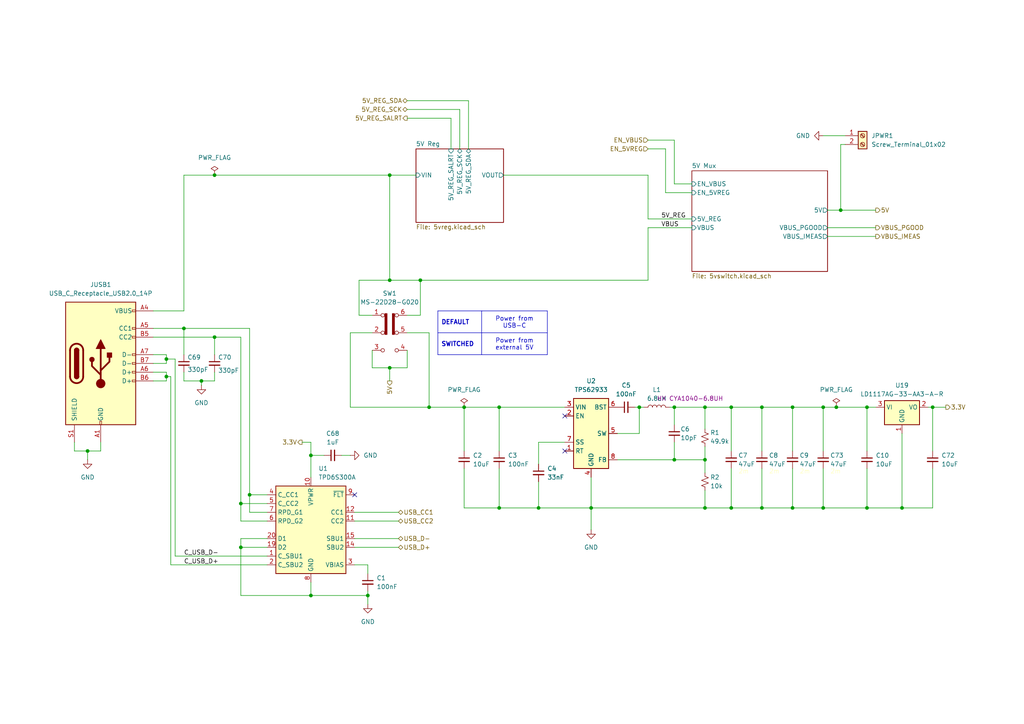
<source format=kicad_sch>
(kicad_sch (version 20250114) (generator "eeschema") (generator_version "9.0")
  (paper "A4")
  (title_block (title "Power Supply (3.3V)") (rev "A") (company "MLABS") (comment 1 "MSign-NG"))
  (lib_symbols
    (symbol "Connector:Screw_Terminal_01x02" (pin_names (offset 1.016) (hide yes))
      (property "Reference" "J" (at 0 2.54 0))
      (property "Value" "Screw_Terminal_01x02" (at 0 -5.08 0))
      (symbol "Screw_Terminal_01x02_1_1"
        (rectangle (start -1.27 1.27) (end 1.27 -3.81) (stroke (width 0.254)) (fill (type background)))
        (polyline (pts (xy -0.5334 0.3302) (xy 0.3302 -0.508)) (stroke (width 0.1524)))
        (polyline (pts (xy -0.5334 -2.2098) (xy 0.3302 -3.048)) (stroke (width 0.1524)))
        (polyline (pts (xy -0.3556 0.508) (xy 0.508 -0.3302)) (stroke (width 0.1524)))
        (polyline (pts (xy -0.3556 -2.032) (xy 0.508 -2.8702)) (stroke (width 0.1524)))
        (circle (center 0 0) (radius 0.635) (stroke (width 0.1524)))
        (circle (center 0 -2.54) (radius 0.635) (stroke (width 0.1524)))
        (pin passive line (at -5.08 0 0) (length 3.81) (name "Pin_1") (number "1"))
        (pin passive line (at -5.08 -2.54 0) (length 3.81) (name "Pin_2") (number "2"))
      )
    )
    (symbol "Connector:USB_C_Receptacle_USB2.0_14P" (pin_names (offset 1.016))
      (property "Reference" "J" (at 0 22.225 0))
      (property "Value" "USB_C_Receptacle_USB2.0_14P" (at 0 19.685 0))
      (symbol "USB_C_Receptacle_USB2.0_14P_0_0"
        (rectangle (start -0.254 -17.78) (end 0.254 -16.764))
        (rectangle (start 10.16 15.494) (end 9.144 14.986))
        (rectangle (start 10.16 10.414) (end 9.144 9.906))
        (rectangle (start 10.16 7.874) (end 9.144 7.366))
        (rectangle (start 10.16 2.794) (end 9.144 2.286))
        (rectangle (start 10.16 0.254) (end 9.144 -0.254))
        (rectangle (start 10.16 -2.286) (end 9.144 -2.794))
        (rectangle (start 10.16 -4.826) (end 9.144 -5.334))
      )
      (symbol "USB_C_Receptacle_USB2.0_14P_0_1"
        (rectangle (start -10.16 17.78) (end 10.16 -17.78) (stroke (width 0.254)) (fill (type background)))
        (polyline (pts (xy -8.89 -3.81) (xy -8.89 3.81)) (stroke (width 0.508)))
        (rectangle (start -7.62 -3.81) (end -6.35 3.81) (stroke (width 0.254)) (fill (type outline)))
        (arc (start -7.62 3.81) (mid -6.985 4.4423) (end -6.35 3.81) (stroke (width 0.254)))
        (arc (start -7.62 3.81) (mid -6.985 4.4423) (end -6.35 3.81) (stroke (width 0.254)) (fill (type outline)))
        (arc (start -8.89 3.81) (mid -6.985 5.7067) (end -5.08 3.81) (stroke (width 0.508)))
        (arc (start -5.08 -3.81) (mid -6.985 -5.7067) (end -8.89 -3.81) (stroke (width 0.508)))
        (arc (start -6.35 -3.81) (mid -6.985 -4.4423) (end -7.62 -3.81) (stroke (width 0.254)))
        (arc (start -6.35 -3.81) (mid -6.985 -4.4423) (end -7.62 -3.81) (stroke (width 0.254)) (fill (type outline)))
        (polyline (pts (xy -5.08 3.81) (xy -5.08 -3.81)) (stroke (width 0.508)))
        (circle (center -2.54 1.143) (radius 0.635) (stroke (width 0.254)) (fill (type outline)))
        (polyline (pts (xy -1.27 4.318) (xy 0 6.858) (xy 1.27 4.318) (xy -1.27 4.318)) (stroke (width 0.254)) (fill (type outline)))
        (polyline (pts (xy 0 -2.032) (xy 2.54 0.508) (xy 2.54 1.778)) (stroke (width 0.508)))
        (polyline (pts (xy 0 -3.302) (xy -2.54 -0.762) (xy -2.54 0.508)) (stroke (width 0.508)))
        (polyline (pts (xy 0 -5.842) (xy 0 4.318)) (stroke (width 0.508)))
        (circle (center 0 -5.842) (radius 1.27) (fill (type outline)))
        (rectangle (start 1.905 1.778) (end 3.175 3.048) (stroke (width 0.254)) (fill (type outline)))
      )
      (symbol "USB_C_Receptacle_USB2.0_14P_1_1"
        (pin passive line (at -7.62 -22.86 90) (length 5.08) (name "SHIELD") (number "S1"))
        (pin passive line (at 0 -22.86 90) (length 5.08) (name "GND") (number "A1"))
        (pin passive line (at 0 -22.86 90) (length 5.08) (hide yes) (name "GND") (number "A12"))
        (pin passive line (at 0 -22.86 90) (length 5.08) (hide yes) (name "GND") (number "B1"))
        (pin passive line (at 0 -22.86 90) (length 5.08) (hide yes) (name "GND") (number "B12"))
        (pin passive line (at 15.24 15.24 180) (length 5.08) (name "VBUS") (number "A4"))
        (pin passive line (at 15.24 15.24 180) (length 5.08) (hide yes) (name "VBUS") (number "A9"))
        (pin passive line (at 15.24 15.24 180) (length 5.08) (hide yes) (name "VBUS") (number "B4"))
        (pin passive line (at 15.24 15.24 180) (length 5.08) (hide yes) (name "VBUS") (number "B9"))
        (pin bidirectional line (at 15.24 10.16 180) (length 5.08) (name "CC1") (number "A5"))
        (pin bidirectional line (at 15.24 7.62 180) (length 5.08) (name "CC2") (number "B5"))
        (pin bidirectional line (at 15.24 2.54 180) (length 5.08) (name "D-") (number "A7"))
        (pin bidirectional line (at 15.24 0 180) (length 5.08) (name "D-") (number "B7"))
        (pin bidirectional line (at 15.24 -2.54 180) (length 5.08) (name "D+") (number "A6"))
        (pin bidirectional line (at 15.24 -5.08 180) (length 5.08) (name "D+") (number "B6"))
      )
    )
    (symbol "Device:C_Small" (pin_numbers (hide yes)) (pin_names (offset 0.254) (hide yes))
      (property "Reference" "C" (at 0.254 1.778 0))
      (property "Value" "C_Small" (at 0.254 -2.032 0))
      (symbol "C_Small_0_1"
        (polyline (pts (xy -1.524 0.508) (xy 1.524 0.508)) (stroke (width 0.3048)))
        (polyline (pts (xy -1.524 -0.508) (xy 1.524 -0.508)) (stroke (width 0.3302)))
      )
      (symbol "C_Small_1_1"
        (pin passive line (at 0 2.54 270) (length 2.032) (name "~") (number "1"))
        (pin passive line (at 0 -2.54 90) (length 2.032) (name "~") (number "2"))
      )
    )
    (symbol "Device:L" (pin_numbers (hide yes)) (pin_names (offset 1.016) (hide yes))
      (property "Reference" "L" (at -1.27 0 90))
      (property "Value" "L" (at 1.905 0 90))
      (symbol "L_0_1"
        (arc (start 0 2.54) (mid 0.6323 1.905) (end 0 1.27))
        (arc (start 0 1.27) (mid 0.6323 0.635) (end 0 0))
        (arc (start 0 0) (mid 0.6323 -0.635) (end 0 -1.27))
        (arc (start 0 -1.27) (mid 0.6323 -1.905) (end 0 -2.54))
      )
      (symbol "L_1_1"
        (pin passive line (at 0 3.81 270) (length 1.27) (name "1") (number "1"))
        (pin passive line (at 0 -3.81 90) (length 1.27) (name "2") (number "2"))
      )
    )
    (symbol "Device:R_Small_US" (pin_numbers (hide yes)) (pin_names (offset 0.254) (hide yes))
      (property "Reference" "R" (at 0.762 0.508 0))
      (property "Value" "R_Small_US" (at 0.762 -1.016 0))
      (symbol "R_Small_US_1_1"
        (polyline (pts (xy 0 1.524) (xy 1.016 1.143) (xy 0 0.762) (xy -1.016 0.381) (xy 0 0)))
        (polyline (pts (xy 0 0) (xy 1.016 -0.381) (xy 0 -0.762) (xy -1.016 -1.143) (xy 0 -1.524)))
        (pin passive line (at 0 2.54 270) (length 1.016) (name "~") (number "1"))
        (pin passive line (at 0 -2.54 90) (length 1.016) (name "~") (number "2"))
      )
    )
    (symbol "Power_Protection:TPD6S300A"
      (property "Reference" "U" (at -8.89 13.97 0))
      (property "Value" "TPD6S300A" (at 7.62 -15.24 0))
      (symbol "TPD6S300A_0_1"
        (rectangle (start -10.16 12.7) (end 10.16 -12.7) (stroke (width 0.254)) (fill (type background)))
      )
      (symbol "TPD6S300A_1_1"
        (pin bidirectional line (at -12.7 10.16 0) (length 2.54) (name "C_CC1") (number "4"))
        (pin bidirectional line (at -12.7 7.62 0) (length 2.54) (name "C_CC2") (number "5"))
        (pin bidirectional line (at -12.7 5.08 0) (length 2.54) (name "RPD_G1") (number "7"))
        (pin bidirectional line (at -12.7 2.54 0) (length 2.54) (name "RPD_G2") (number "6"))
        (pin passive line (at -12.7 -2.54 0) (length 2.54) (name "D1") (number "20"))
        (pin passive line (at -12.7 -5.08 0) (length 2.54) (name "D2") (number "19"))
        (pin bidirectional line (at -12.7 -7.62 0) (length 2.54) (name "C_SBU1") (number "1"))
        (pin bidirectional line (at -12.7 -10.16 0) (length 2.54) (name "C_SBU2") (number "2"))
        (pin power_in line (at 0 15.24 270) (length 2.54) (name "VPWR") (number "10"))
        (pin passive line (at 0 -15.24 90) (length 2.54) (hide yes) (name "GND") (number "13"))
        (pin passive line (at 0 -15.24 90) (length 2.54) (hide yes) (name "GND") (number "16"))
        (pin passive line (at 0 -15.24 90) (length 2.54) (hide yes) (name "GND") (number "17"))
        (pin passive line (at 0 -15.24 90) (length 2.54) (hide yes) (name "GND") (number "18"))
        (pin passive line (at 0 -15.24 90) (length 2.54) (hide yes) (name "GND") (number "21"))
        (pin power_in line (at 0 -15.24 90) (length 2.54) (name "GND") (number "8"))
        (pin open_collector line (at 12.7 10.16 180) (length 2.54) (name "~{FLT}") (number "9"))
        (pin bidirectional line (at 12.7 5.08 180) (length 2.54) (name "CC1") (number "12"))
        (pin bidirectional line (at 12.7 2.54 180) (length 2.54) (name "CC2") (number "11"))
        (pin bidirectional line (at 12.7 -2.54 180) (length 2.54) (name "SBU1") (number "15"))
        (pin bidirectional line (at 12.7 -5.08 180) (length 2.54) (name "SBU2") (number "14"))
        (pin passive line (at 12.7 -10.16 180) (length 2.54) (name "VBIAS") (number "3"))
      )
    )
    (symbol "Regulator_Linear:LD1117S33TR_SOT223"
      (property "Reference" "U" (at -3.81 3.175 0))
      (property "Value" "LD1117S33TR_SOT223" (at 0 3.175 0))
      (symbol "LD1117S33TR_SOT223_0_1"
        (rectangle (start -5.08 -5.08) (end 5.08 1.905) (stroke (width 0.254)) (fill (type background)))
      )
      (symbol "LD1117S33TR_SOT223_1_1"
        (pin power_in line (at -7.62 0 0) (length 2.54) (name "VI") (number "3"))
        (pin power_in line (at 0 -7.62 90) (length 2.54) (name "GND") (number "1"))
        (pin power_out line (at 7.62 0 180) (length 2.54) (name "VO") (number "2"))
      )
    )
    (symbol "Regulator_Switching:TPS62933F"
      (property "Reference" "U" (at 0 13.97 0))
      (property "Value" "TPS62933F" (at 0 11.43 0))
      (symbol "TPS62933F_0_1"
        (rectangle (start -5.08 10.16) (end 5.08 -10.16) (stroke (width 0.254)) (fill (type background)))
      )
      (symbol "TPS62933F_1_1"
        (pin power_in line (at -7.62 7.62 0) (length 2.54) (name "VIN") (number "3"))
        (pin input line (at -7.62 5.08 0) (length 2.54) (name "EN") (number "2"))
        (pin passive line (at -7.62 -2.54 0) (length 2.54) (name "SS") (number "7"))
        (pin passive line (at -7.62 -5.08 0) (length 2.54) (name "RT") (number "1"))
        (pin power_in line (at 0 -12.7 90) (length 2.54) (name "GND") (number "4"))
        (pin passive line (at 7.62 7.62 180) (length 2.54) (name "BST") (number "6"))
        (pin output line (at 7.62 0 180) (length 2.54) (name "SW") (number "5"))
        (pin input line (at 7.62 -7.62 180) (length 2.54) (name "FB") (number "8"))
      )
    )
    (symbol "Switch:SW_Slide_DPDT" (pin_names (offset 0) (hide yes))
      (property "Reference" "SW" (at 0 6.858 0))
      (property "Value" "SW_Slide_DPDT" (at 0 -8.128 0))
      (symbol "SW_Slide_DPDT_0_0"
        (circle (center -2.032 5.08) (radius 0.508))
        (circle (center -2.032 -5.08) (radius 0.508))
        (circle (center 2.032 0) (radius 0.508))
        (circle (center 2.032 -5.08) (radius 0.508))
      )
      (symbol "SW_Slide_DPDT_0_1"
        (circle (center -2.032 0) (radius 0.508))
        (circle (center 2.032 5.08) (radius 0.508))
      )
      (symbol "SW_Slide_DPDT_1_1"
        (rectangle (start -1.397 5.588) (end -0.762 -0.508) (fill (type outline)))
        (rectangle (start 0.762 5.588) (end 1.397 -0.508) (fill (type outline)))
        (pin passive line (at -5.08 5.08 0) (length 2.54) (name "A") (number "1"))
        (pin passive line (at -5.08 0 0) (length 2.54) (name "B") (number "2"))
        (pin passive line (at -5.08 -5.08 0) (length 2.54) (name "C") (number "3"))
        (pin passive line (at 5.08 5.08 180) (length 2.54) (name "C") (number "6"))
        (pin passive line (at 5.08 0 180) (length 2.54) (name "B") (number "5"))
        (pin passive line (at 5.08 -5.08 180) (length 2.54) (name "A") (number "4"))
      )
    )
    (symbol "power:GND" (power) (pin_numbers (hide yes)) (pin_names (offset 0) (hide yes))
      (property "Value" "GND" (at 0 -3.81 0))
      (symbol "GND_0_1"
        (polyline (pts (xy 0 0) (xy 0 -1.27) (xy 1.27 -1.27) (xy 0 -2.54) (xy -1.27 -1.27) (xy 0 -1.27)))
      )
      (symbol "GND_1_1"
        (pin power_in line (at 0 0 270) (length 0) (name "~") (number "1"))
      )
    )
    (symbol "power:PWR_FLAG" (power) (pin_numbers (hide yes)) (pin_names (offset 0) (hide yes))
      (property "Value" "PWR_FLAG" (at 0 3.81 0))
      (symbol "PWR_FLAG_0_0"
        (pin power_out line (at 0 0 90) (length 0) (name "~") (number "1"))
      )
      (symbol "PWR_FLAG_0_1"
        (polyline (pts (xy 0 0) (xy 0 1.27) (xy -1.016 1.905) (xy 0 2.54) (xy 1.016 1.905) (xy 0 1.27)))
      )
    )
  )
  (junction (at 124.46 118.11))
  (junction (at 229.87 118.11))
  (junction (at 185.42 118.11))
  (junction (at 204.47 133.35))
  (junction (at 251.46 147.32))
  (junction (at 58.42 110.49))
  (junction (at 238.76 147.32))
  (junction (at 144.78 118.11))
  (junction (at 62.23 50.8))
  (junction (at 204.47 118.11))
  (junction (at 90.17 172.72))
  (junction (at 242.57 118.11))
  (junction (at 69.85 146.05))
  (junction (at 106.68 172.72))
  (junction (at 204.47 147.32))
  (junction (at 171.45 147.32))
  (junction (at 90.17 132.08))
  (junction (at 261.62 147.32))
  (junction (at 113.03 106.68))
  (junction (at 121.92 81.28))
  (junction (at 113.03 81.28))
  (junction (at 72.39 143.51))
  (junction (at 270.51 118.11))
  (junction (at 156.21 147.32))
  (junction (at 48.26 109.22))
  (junction (at 113.03 50.8))
  (junction (at 251.46 118.11))
  (junction (at 220.98 118.11))
  (junction (at 48.26 104.14))
  (junction (at 195.58 133.35))
  (junction (at 53.34 95.25))
  (junction (at 229.87 147.32))
  (junction (at 69.85 158.75))
  (junction (at 25.4 130.81))
  (junction (at 220.98 147.32))
  (junction (at 212.09 147.32))
  (junction (at 62.23 97.79))
  (junction (at 144.78 147.32))
  (junction (at 195.58 118.11))
  (junction (at 243.84 60.96))
  (junction (at 134.62 118.11))
  (junction (at 212.09 118.11))
  (junction (at 238.76 118.11))
  (no_connect (at 102.87 143.51))
  (no_connect (at 163.83 120.65))
  (no_connect (at 163.83 130.81))
  (wire (pts (xy 204.47 118.11) (xy 212.09 118.11)))
  (wire (pts (xy 72.39 95.25) (xy 72.39 143.51)))
  (wire (pts (xy 113.03 81.28) (xy 121.92 81.28)))
  (wire (pts (xy 144.78 147.32) (xy 134.62 147.32)))
  (wire (pts (xy 90.17 168.91) (xy 90.17 172.72)))
  (wire (pts (xy 87.63 128.27) (xy 90.17 128.27)))
  (wire (pts (xy 90.17 128.27) (xy 90.17 132.08)))
  (wire (pts (xy 21.59 130.81) (xy 25.4 130.81)))
  (wire (pts (xy 44.45 97.79) (xy 62.23 97.79)))
  (wire (pts (xy 44.45 107.95) (xy 48.26 107.95)))
  (wire (pts (xy 101.6 96.52) (xy 107.95 96.52)))
  (wire (pts (xy 240.03 60.96) (xy 243.84 60.96)))
  (wire (pts (xy 90.17 132.08) (xy 90.17 138.43)))
  (wire (pts (xy 124.46 96.52) (xy 118.11 96.52)))
  (wire (pts (xy 220.98 135.89) (xy 220.98 147.32)))
  (wire (pts (xy 21.59 128.27) (xy 21.59 130.81)))
  (wire (pts (xy 204.47 129.54) (xy 204.47 133.35)))
  (wire (pts (xy 48.26 104.14) (xy 50.8 104.14)))
  (wire (pts (xy 102.87 163.83) (xy 106.68 163.83)))
  (wire (pts (xy 144.78 118.11) (xy 144.78 130.81)))
  (wire (pts (xy 220.98 147.32) (xy 229.87 147.32)))
  (wire (pts (xy 48.26 102.87) (xy 48.26 104.14)))
  (wire (pts (xy 48.26 110.49) (xy 44.45 110.49)))
  (wire (pts (xy 195.58 128.27) (xy 195.58 133.35)))
  (wire (pts (xy 185.42 118.11) (xy 186.69 118.11)))
  (wire (pts (xy 187.96 63.5) (xy 200.66 63.5)))
  (wire (pts (xy 62.23 50.8) (xy 113.03 50.8)))
  (wire (pts (xy 48.26 105.41) (xy 44.45 105.41)))
  (wire (pts (xy 90.17 172.72) (xy 69.85 172.72)))
  (wire (pts (xy 184.15 118.11) (xy 185.42 118.11)))
  (wire (pts (xy 156.21 134.62) (xy 156.21 128.27)))
  (wire (pts (xy 171.45 138.43) (xy 171.45 147.32)))
  (wire (pts (xy 144.78 118.11) (xy 134.62 118.11)))
  (wire (pts (xy 242.57 118.11) (xy 251.46 118.11)))
  (wire (pts (xy 77.47 161.29) (xy 50.8 161.29)))
  (wire (pts (xy 238.76 118.11) (xy 242.57 118.11)))
  (wire (pts (xy 144.78 135.89) (xy 144.78 147.32)))
  (wire (pts (xy 72.39 148.59) (xy 72.39 143.51)))
  (wire (pts (xy 107.95 101.6) (xy 107.95 106.68)))
  (wire (pts (xy 171.45 147.32) (xy 204.47 147.32)))
  (wire (pts (xy 118.11 29.21) (xy 135.89 29.21)))
  (wire (pts (xy 251.46 147.32) (xy 251.46 135.89)))
  (wire (pts (xy 187.96 66.04) (xy 187.96 81.28)))
  (wire (pts (xy 135.89 43.18) (xy 135.89 29.21)))
  (wire (pts (xy 124.46 96.52) (xy 124.46 118.11)))
  (wire (pts (xy 204.47 133.35) (xy 204.47 137.16)))
  (wire (pts (xy 229.87 118.11) (xy 238.76 118.11)))
  (wire (pts (xy 124.46 118.11) (xy 134.62 118.11)))
  (wire (pts (xy 72.39 143.51) (xy 77.47 143.51)))
  (wire (pts (xy 204.47 118.11) (xy 204.47 124.46)))
  (wire (pts (xy 118.11 31.75) (xy 133.35 31.75)))
  (wire (pts (xy 212.09 118.11) (xy 212.09 130.81)))
  (wire (pts (xy 50.8 161.29) (xy 50.8 104.14)))
  (wire (pts (xy 113.03 110.49) (xy 113.03 106.68)))
  (wire (pts (xy 48.26 109.22) (xy 48.26 110.49)))
  (wire (pts (xy 195.58 133.35) (xy 204.47 133.35)))
  (wire (pts (xy 243.84 60.96) (xy 254 60.96)))
  (wire (pts (xy 62.23 107.95) (xy 62.23 110.49)))
  (wire (pts (xy 193.04 43.18) (xy 193.04 55.88)))
  (wire (pts (xy 238.76 147.32) (xy 251.46 147.32)))
  (wire (pts (xy 212.09 135.89) (xy 212.09 147.32)))
  (wire (pts (xy 251.46 147.32) (xy 261.62 147.32)))
  (wire (pts (xy 49.53 109.22) (xy 49.53 163.83)))
  (wire (pts (xy 48.26 104.14) (xy 48.26 105.41)))
  (wire (pts (xy 261.62 125.73) (xy 261.62 147.32)))
  (wire (pts (xy 113.03 106.68) (xy 118.11 106.68)))
  (wire (pts (xy 187.96 40.64) (xy 195.58 40.64)))
  (wire (pts (xy 49.53 163.83) (xy 77.47 163.83)))
  (wire (pts (xy 44.45 102.87) (xy 48.26 102.87)))
  (wire (pts (xy 118.11 91.44) (xy 121.92 91.44)))
  (wire (pts (xy 104.14 91.44) (xy 104.14 81.28)))
  (wire (pts (xy 124.46 118.11) (xy 101.6 118.11)))
  (wire (pts (xy 107.95 106.68) (xy 113.03 106.68)))
  (wire (pts (xy 270.51 147.32) (xy 261.62 147.32)))
  (wire (pts (xy 115.57 151.13) (xy 102.87 151.13)))
  (wire (pts (xy 204.47 147.32) (xy 212.09 147.32)))
  (wire (pts (xy 270.51 130.81) (xy 270.51 118.11)))
  (wire (pts (xy 187.96 43.18) (xy 193.04 43.18)))
  (wire (pts (xy 204.47 142.24) (xy 204.47 147.32)))
  (wire (pts (xy 69.85 151.13) (xy 69.85 146.05)))
  (wire (pts (xy 62.23 97.79) (xy 62.23 102.87)))
  (wire (pts (xy 101.6 132.08) (xy 99.06 132.08)))
  (wire (pts (xy 193.04 55.88) (xy 200.66 55.88)))
  (wire (pts (xy 270.51 118.11) (xy 269.24 118.11)))
  (wire (pts (xy 121.92 81.28) (xy 187.96 81.28)))
  (wire (pts (xy 48.26 109.22) (xy 49.53 109.22)))
  (wire (pts (xy 118.11 106.68) (xy 118.11 101.6)))
  (wire (pts (xy 195.58 118.11) (xy 204.47 118.11)))
  (wire (pts (xy 29.21 130.81) (xy 29.21 128.27)))
  (wire (pts (xy 77.47 148.59) (xy 72.39 148.59)))
  (wire (pts (xy 69.85 156.21) (xy 77.47 156.21)))
  (wire (pts (xy 53.34 95.25) (xy 53.34 102.87)))
  (wire (pts (xy 69.85 97.79) (xy 69.85 146.05)))
  (wire (pts (xy 134.62 135.89) (xy 134.62 147.32)))
  (wire (pts (xy 270.51 118.11) (xy 274.32 118.11)))
  (wire (pts (xy 48.26 107.95) (xy 48.26 109.22)))
  (wire (pts (xy 101.6 118.11) (xy 101.6 96.52)))
  (wire (pts (xy 144.78 147.32) (xy 156.21 147.32)))
  (wire (pts (xy 53.34 50.8) (xy 62.23 50.8)))
  (wire (pts (xy 44.45 95.25) (xy 53.34 95.25)))
  (wire (pts (xy 240.03 68.58) (xy 254 68.58)))
  (wire (pts (xy 251.46 118.11) (xy 251.46 130.81)))
  (wire (pts (xy 107.95 91.44) (xy 104.14 91.44)))
  (wire (pts (xy 195.58 53.34) (xy 195.58 40.64)))
  (wire (pts (xy 156.21 147.32) (xy 171.45 147.32)))
  (wire (pts (xy 115.57 158.75) (xy 102.87 158.75)))
  (wire (pts (xy 53.34 107.95) (xy 53.34 110.49)))
  (wire (pts (xy 144.78 118.11) (xy 163.83 118.11)))
  (wire (pts (xy 90.17 172.72) (xy 106.68 172.72)))
  (wire (pts (xy 69.85 146.05) (xy 77.47 146.05)))
  (wire (pts (xy 229.87 135.89) (xy 229.87 147.32)))
  (wire (pts (xy 270.51 135.89) (xy 270.51 147.32)))
  (wire (pts (xy 212.09 118.11) (xy 220.98 118.11)))
  (wire (pts (xy 156.21 128.27) (xy 163.83 128.27)))
  (wire (pts (xy 251.46 118.11) (xy 254 118.11)))
  (wire (pts (xy 146.05 50.8) (xy 187.96 50.8)))
  (wire (pts (xy 238.76 135.89) (xy 238.76 147.32)))
  (wire (pts (xy 243.84 60.96) (xy 243.84 41.91)))
  (wire (pts (xy 25.4 130.81) (xy 29.21 130.81)))
  (wire (pts (xy 220.98 118.11) (xy 229.87 118.11)))
  (wire (pts (xy 238.76 39.37) (xy 245.11 39.37)))
  (wire (pts (xy 220.98 118.11) (xy 220.98 130.81)))
  (wire (pts (xy 106.68 172.72) (xy 106.68 175.26)))
  (wire (pts (xy 53.34 95.25) (xy 72.39 95.25)))
  (wire (pts (xy 229.87 118.11) (xy 229.87 130.81)))
  (wire (pts (xy 171.45 147.32) (xy 171.45 153.67)))
  (wire (pts (xy 156.21 139.7) (xy 156.21 147.32)))
  (wire (pts (xy 44.45 90.17) (xy 53.34 90.17)))
  (wire (pts (xy 179.07 133.35) (xy 195.58 133.35)))
  (wire (pts (xy 93.98 132.08) (xy 90.17 132.08)))
  (wire (pts (xy 133.35 43.18) (xy 133.35 31.75)))
  (wire (pts (xy 187.96 66.04) (xy 200.66 66.04)))
  (wire (pts (xy 62.23 97.79) (xy 69.85 97.79)))
  (wire (pts (xy 121.92 91.44) (xy 121.92 81.28)))
  (wire (pts (xy 115.57 148.59) (xy 102.87 148.59)))
  (wire (pts (xy 106.68 163.83) (xy 106.68 166.37)))
  (wire (pts (xy 200.66 53.34) (xy 195.58 53.34)))
  (wire (pts (xy 212.09 147.32) (xy 220.98 147.32)))
  (wire (pts (xy 69.85 158.75) (xy 69.85 156.21)))
  (wire (pts (xy 106.68 171.45) (xy 106.68 172.72)))
  (wire (pts (xy 240.03 66.04) (xy 254 66.04)))
  (wire (pts (xy 53.34 110.49) (xy 58.42 110.49)))
  (wire (pts (xy 187.96 50.8) (xy 187.96 63.5)))
  (wire (pts (xy 238.76 118.11) (xy 238.76 130.81)))
  (wire (pts (xy 104.14 81.28) (xy 113.03 81.28)))
  (wire (pts (xy 229.87 147.32) (xy 238.76 147.32)))
  (wire (pts (xy 195.58 118.11) (xy 195.58 123.19)))
  (wire (pts (xy 194.31 118.11) (xy 195.58 118.11)))
  (wire (pts (xy 185.42 125.73) (xy 185.42 118.11)))
  (wire (pts (xy 77.47 151.13) (xy 69.85 151.13)))
  (wire (pts (xy 62.23 110.49) (xy 58.42 110.49)))
  (wire (pts (xy 243.84 41.91) (xy 245.11 41.91)))
  (wire (pts (xy 113.03 50.8) (xy 120.65 50.8)))
  (wire (pts (xy 179.07 125.73) (xy 185.42 125.73)))
  (wire (pts (xy 118.11 34.29) (xy 130.81 34.29)))
  (wire (pts (xy 53.34 90.17) (xy 53.34 50.8)))
  (wire (pts (xy 58.42 110.49) (xy 58.42 111.76)))
  (wire (pts (xy 113.03 50.8) (xy 113.03 81.28)))
  (wire (pts (xy 134.62 118.11) (xy 134.62 130.81)))
  (wire (pts (xy 69.85 158.75) (xy 77.47 158.75)))
  (wire (pts (xy 115.57 156.21) (xy 102.87 156.21)))
  (wire (pts (xy 130.81 43.18) (xy 130.81 34.29)))
  (wire (pts (xy 69.85 172.72) (xy 69.85 158.75)))
  (wire (pts (xy 25.4 133.35) (xy 25.4 130.81)))
  (table (column_count 2) (border (external yes) (header no)) (separators (rows yes) (cols yes)) (column_widths 12.7 19.05) (row_heights 6.35 6.35) (cells (table_cell "DEFAULT" (at 127 90.17 0) (size 12.7 6.35) (margins 0.9525 0.9525 0.9525 0.9525) (span 1 1)) (table_cell "Power from USB-C" (at 139.7 90.17 0) (size 19.05 6.35) (margins 0.9525 0.9525 0.9525 0.9525) (span 1 1)) (table_cell "SWITCHED" (at 127 96.52 0) (size 12.7 6.35) (margins 0.9525 0.9525 0.9525 0.9525) (span 1 1)) (table_cell "Power from external 5V" (at 139.7 96.52 0) (size 19.05 6.35) (margins 0.9525 0.9525 0.9525 0.9525) (span 1 1))))
  (label "VBUS" (at 191.77 66.04 0))
  (label "C_USB_D+" (at 53.34 163.83 0))
  (label "C_USB_D-" (at 53.34 161.29 0))
  (label "5V_REG" (at 191.77 63.5 0))
  (hierarchical_label "5V" (shape output) (at 254 60.96 0))
  (hierarchical_label "3.3V" (shape output) (at 274.32 118.11 0))
  (hierarchical_label "VBUS_IMEAS" (shape output) (at 254 68.58 0))
  (hierarchical_label "USB_D-" (shape bidirectional) (at 115.57 156.21 0))
  (hierarchical_label "5V_REG_SALRT" (shape output) (at 118.11 34.29 180))
  (hierarchical_label "3.3V" (shape output) (at 87.63 128.27 180))
  (hierarchical_label "VBUS_PGOOD" (shape output) (at 254 66.04 0))
  (hierarchical_label "5V" (shape output) (at 113.03 110.49 270))
  (hierarchical_label "EN_VBUS" (shape input) (at 187.96 40.64 180))
  (hierarchical_label "5V_REG_SCK" (shape bidirectional) (at 118.11 31.75 180))
  (hierarchical_label "EN_5VREG" (shape input) (at 187.96 43.18 180))
  (hierarchical_label "USB_CC2" (shape bidirectional) (at 115.57 151.13 0))
  (hierarchical_label "5V_REG_SDA" (shape bidirectional) (at 118.11 29.21 180))
  (hierarchical_label "USB_CC1" (shape bidirectional) (at 115.57 148.59 0))
  (hierarchical_label "USB_D+" (shape bidirectional) (at 115.57 158.75 0))
  (symbol (lib_id "Device:C_Small") (at 229.87 133.35 0) (unit 1)
    (property "Reference" "C9" (at 231.902 132.08 0) (effects (justify left)))
    (property "Value" "47uF" (at 231.902 134.62 0) (effects (justify left)))
    (property "Footprint" "Capacitor_SMD:C_1206_3216Metric" (effects (hide yes)))
    (property "Description" "Unpolarized capacitor, small symbol" (effects (hide yes)))
    (property "ESR" "2m" (at 231.902 136.6458 0) (effects (justify left)))
    (property "Part" "CL31A476MPHNNNE" (effects (hide yes)))
    (property "LCSC" "C96123" (effects (hide yes)))
  )
  (symbol (lib_id "Regulator_Linear:LD1117S33TR_SOT223") (at 261.62 118.11 0) (unit 1)
    (property "Reference" "U19" (at 261.62 111.76 0))
    (property "Value" "LD1117AG-33-AA3-A-R" (at 261.62 114.3 0))
    (property "Footprint" "Package_TO_SOT_SMD:SOT-223-3_TabPin2" (effects (hide yes)))
    (property "Datasheet" "http://www.st.com/st-web-ui/static/active/en/resource/technical/document/datasheet/CD00000544.pdf" (effects (hide yes)))
    (property "Description" "800mA Fixed Low Drop Positive Voltage Regulator, Fixed Output 3.3V, SOT-223" (effects (hide yes)))
  )
  (symbol (lib_id "Device:C_Small") (at 212.09 133.35 0) (unit 1)
    (property "Reference" "C7" (at 214.122 132.08 0) (effects (justify left)))
    (property "Value" "47uF" (at 214.122 134.62 0) (effects (justify left)))
    (property "Footprint" "Capacitor_SMD:C_1206_3216Metric" (effects (hide yes)))
    (property "Description" "Unpolarized capacitor, small symbol" (effects (hide yes)))
    (property "ESR" "2m" (at 214.122 136.6458 0) (effects (justify left)))
    (property "Part" "CL31A476MPHNNNE" (effects (hide yes)))
    (property "LCSC" "C96123" (effects (hide yes)))
  )
  (symbol (lib_id "Device:C_Small") (at 53.34 105.41 0) (unit 1)
    (property "Reference" "C69" (at 54.356 103.632 0) (effects (justify left)))
    (property "Value" "330pF" (at 54.356 107.188 0) (effects (justify left)))
    (property "Footprint" "Capacitor_SMD:C_0603_1608Metric" (effects (hide yes)))
    (property "Description" "Unpolarized capacitor, small symbol" (effects (hide yes)))
    (property "LCSC" "C1664" (effects (hide yes)))
    (property "Part" "CL10C331JB8NNNC" (effects (hide yes)))
  )
  (symbol (lib_id "power:GND") (at 106.68 175.26 0) (unit 1)
    (property "Reference" "#PWR04" (effects (hide yes)))
    (property "Value" "GND" (at 106.68 180.34 0))
    (property "Description" "Power symbol creates a global label with name \"GND\" , ground" (effects (hide yes)))
  )
  (symbol (lib_id "Device:C_Small") (at 96.52 132.08 90) (mirror x) (unit 1)
    (property "Reference" "C68" (at 96.5264 125.73 90))
    (property "Value" "1uF" (at 96.5264 128.27 90))
    (property "Footprint" "Capacitor_SMD:C_0603_1608Metric" (effects (hide yes)))
    (property "Description" "Unpolarized capacitor, small symbol" (effects (hide yes)))
    (property "Part" "CL10A105KB8NNNC" (effects (hide yes)))
    (property "LCSC" "C15849" (effects (hide yes)))
  )
  (symbol (lib_id "Device:C_Small") (at 181.61 118.11 90) (unit 1)
    (property "Reference" "C5" (at 181.6163 111.76 90))
    (property "Value" "100nF" (at 181.6163 114.3 90))
    (property "Footprint" "Capacitor_SMD:C_0402_1005Metric" (effects (hide yes)))
    (property "Description" "Unpolarized capacitor, small symbol" (effects (hide yes)))
    (property "Part" "CL05B104KB54PNC" (effects (hide yes)))
    (property "LCSC" "C307331 " (effects (hide yes)))
  )
  (symbol (lib_id "Device:C_Small") (at 220.98 133.35 0) (unit 1)
    (property "Reference" "C8" (at 223.012 132.08 0) (effects (justify left)))
    (property "Value" "47uF" (at 223.012 134.62 0) (effects (justify left)))
    (property "Footprint" "Capacitor_SMD:C_1206_3216Metric" (effects (hide yes)))
    (property "Description" "Unpolarized capacitor, small symbol" (effects (hide yes)))
    (property "ESR" "2m" (at 223.012 136.6458 0) (effects (justify left)))
    (property "Part" "CL31A476MPHNNNE" (effects (hide yes)))
    (property "LCSC" "C96123" (effects (hide yes)))
  )
  (symbol (lib_id "Switch:SW_Slide_DPDT") (at 113.03 96.52 0) (unit 1)
    (property "Reference" "SW1" (at 113.03 85.09 0))
    (property "Value" "MS-22D28-G020" (at 113.03 87.63 0))
    (property "Footprint" "Switch_Slide_SMD:SW-SMD_MS-22D28-G020" (effects (hide yes)))
    (property "Description" "Slide Switch, dual pole double throw" (effects (hide yes)))
    (property "Part" "MS-22D28-G020" (effects (hide yes)))
    (property "LCSC" "C963205" (effects (hide yes)))
  )
  (symbol (lib_id "Regulator_Switching:TPS62933F") (at 171.45 125.73 0) (unit 1)
    (property "Reference" "U2" (at 171.45 110.49 0))
    (property "Value" "TPS62933" (at 171.45 113.03 0))
    (property "Footprint" "Package_TO_SOT_SMD:SOT-583-8" (effects (hide yes)))
    (property "Datasheet" "https://www.ti.com/lit/ds/symlink/tps62933.pdf" (effects (hide yes)))
    (property "Description" "3.8-30V, 3A Synchronous Buck Converters with forced continuous conduction mode (FCCM), SOT583-8" (effects (hide yes)))
    (property "Part" "TPS62933DRLR" (effects (hide yes)))
    (property "LCSC" "C3200405" (effects (hide yes)))
  )
  (symbol (lib_id "Device:R_Small_US") (at 204.47 127 0) (unit 1)
    (property "Reference" "R1" (at 205.994 125.476 0) (effects (justify left)))
    (property "Value" "49.9k" (at 205.994 128.016 0) (effects (justify left)))
    (property "Footprint" "Resistor_SMD:R_0603_1608Metric" (effects (hide yes)))
    (property "Description" "Resistor, small US symbol" (effects (hide yes)))
    (property "LCSC" "C23184" (effects (hide yes)))
    (property "Part" "0603WAF4992T5E" (effects (hide yes)))
  )
  (symbol (lib_id "Connector:USB_C_Receptacle_USB2.0_14P") (at 29.21 105.41 0) (unit 1)
    (property "Reference" "JUSB1" (at 29.21 82.55 0))
    (property "Value" "USB_C_Receptacle_USB2.0_14P" (at 29.21 85.09 0))
    (property "Footprint" "Connector_USB:USB_C_Receptacle_HRO_TYPE-C-31-M-12" (effects (hide yes)))
    (property "Datasheet" "https://www.usb.org/sites/default/files/documents/usb_type-c.zip" (effects (hide yes)))
    (property "Description" "USB 2.0-only 14P Type-C Receptacle connector" (effects (hide yes)))
    (property "Part" "TYPE-C-31-M-12" (effects (hide yes)))
    (property "LCSC" "C165948" (effects (hide yes)))
  )
  (symbol (lib_id "Device:C_Small") (at 106.68 168.91 0) (unit 1)
    (property "Reference" "C1" (at 109.22 167.6462 0) (effects (justify left)))
    (property "Value" "100nF" (at 109.22 170.1862 0) (effects (justify left)))
    (property "Footprint" "Capacitor_SMD:C_0402_1005Metric" (effects (hide yes)))
    (property "Description" "Unpolarized capacitor, small symbol" (effects (hide yes)))
    (property "Part" "CL05B104KB54PNC" (effects (hide yes)))
    (property "LCSC" "C307331 " (effects (hide yes)))
  )
  (symbol (lib_id "power:PWR_FLAG") (at 242.57 118.11 0) (unit 1)
    (property "Reference" "#FLG03" (effects (hide yes)))
    (property "Value" "PWR_FLAG" (at 242.57 113.03 0))
    (property "Description" "Special symbol for telling ERC where power comes from" (effects (hide yes)))
  )
  (symbol (lib_id "power:GND") (at 238.76 39.37 270) (unit 1)
    (property "Reference" "#PWR06" (effects (hide yes)))
    (property "Value" "GND" (at 234.95 39.3699 90) (effects (justify right)))
    (property "Description" "Power symbol creates a global label with name \"GND\" , ground" (effects (hide yes)))
  )
  (symbol (lib_id "Device:R_Small_US") (at 204.47 139.7 0) (unit 1)
    (property "Reference" "R2" (at 205.994 138.43 0) (effects (justify left)))
    (property "Value" "10k" (at 205.994 140.97 0) (effects (justify left)))
    (property "Footprint" "Resistor_SMD:R_0402_1005Metric" (effects (hide yes)))
    (property "Description" "Resistor, small US symbol" (effects (hide yes)))
    (property "Part" "0402WGF1002TCE" (effects (hide yes)))
    (property "LCSC" "C25744" (effects (hide yes)))
  )
  (symbol (lib_id "Device:C_Small") (at 195.58 125.73 0) (unit 1)
    (property "Reference" "C6" (at 197.358 124.46 0) (effects (justify left)))
    (property "Value" "10pF" (at 197.358 127 0) (effects (justify left)))
    (property "Footprint" "Capacitor_SMD:C_0402_1005Metric" (effects (hide yes)))
    (property "Description" "Unpolarized capacitor, small symbol" (effects (hide yes)))
    (property "Part" "CL05C100JB5NNNC" (effects (hide yes)))
    (property "LCSC" "C32949" (effects (hide yes)))
  )
  (symbol (lib_id "Connector:Screw_Terminal_01x02") (at 250.19 39.37 0) (unit 1)
    (property "Reference" "JPWR1" (at 252.73 39.3699 0) (effects (justify left)))
    (property "Value" "Screw_Terminal_01x02" (at 252.73 41.9099 0) (effects (justify left)))
    (property "Footprint" "TerminalBlock_TE-Connectivity:TerminalBlock_TE_282834-2_1x02_P2.54mm_Horizontal" (effects (hide yes)))
    (property "Description" "Generic screw terminal, single row, 01x02, script generated (kicad-library-utils/schlib/autogen/connector/)" (effects (hide yes)))
  )
  (symbol (lib_id "Device:C_Small") (at 238.76 133.35 0) (unit 1)
    (property "Reference" "C73" (at 240.792 132.08 0) (effects (justify left)))
    (property "Value" "47uF" (at 240.792 134.62 0) (effects (justify left)))
    (property "Footprint" "Capacitor_SMD:C_1206_3216Metric" (effects (hide yes)))
    (property "Description" "Unpolarized capacitor, small symbol" (effects (hide yes)))
    (property "ESR" "2m" (at 240.792 136.6458 0) (effects (justify left)))
    (property "Part" "CL31A476MPHNNNE" (effects (hide yes)))
    (property "LCSC" "C96123" (effects (hide yes)))
  )
  (symbol (lib_id "power:GND") (at 58.42 111.76 0) (unit 1)
    (property "Reference" "#PWR067" (effects (hide yes)))
    (property "Value" "GND" (at 58.42 116.84 0))
    (property "Description" "Power symbol creates a global label with name \"GND\" , ground" (effects (hide yes)))
  )
  (symbol (lib_id "power:PWR_FLAG") (at 134.62 118.11 0) (unit 1)
    (property "Reference" "#FLG02" (effects (hide yes)))
    (property "Value" "PWR_FLAG" (at 134.62 113.03 0))
    (property "Description" "Special symbol for telling ERC where power comes from" (effects (hide yes)))
  )
  (symbol (lib_id "Device:C_Small") (at 144.78 133.35 0) (unit 1)
    (property "Reference" "C3" (at 147.32 132.0862 0) (effects (justify left)))
    (property "Value" "100nF" (at 147.32 134.6262 0) (effects (justify left)))
    (property "Footprint" "Capacitor_SMD:C_0402_1005Metric" (effects (hide yes)))
    (property "Description" "Unpolarized capacitor, small symbol" (effects (hide yes)))
    (property "Part" "CL05B104KB54PNC" (effects (hide yes)))
    (property "LCSC" "C307331 " (effects (hide yes)))
  )
  (symbol (lib_id "Device:C_Small") (at 270.51 133.35 0) (unit 1)
    (property "Reference" "C72" (at 273.05 132.0862 0) (effects (justify left)))
    (property "Value" "10uF" (at 273.05 134.6262 0) (effects (justify left)))
    (property "Footprint" "Capacitor_SMD:C_1210_3225Metric" (effects (hide yes)))
    (property "Description" "Unpolarized capacitor, small symbol" (effects (hide yes)))
    (property "Part" "CL31A106KBHNNNE" (effects (hide yes)))
    (property "LCSC" "C13585" (effects (hide yes)))
  )
  (symbol (lib_id "Device:C_Small") (at 156.21 137.16 0) (unit 1)
    (property "Reference" "C4" (at 158.75 135.8962 0) (effects (justify left)))
    (property "Value" "33nF" (at 158.75 138.4362 0) (effects (justify left)))
    (property "Footprint" "Capacitor_SMD:C_0603_1608Metric" (effects (hide yes)))
    (property "Description" "Unpolarized capacitor, small symbol" (effects (hide yes)))
    (property "Part" "CL10B333KB8NNNC" (effects (hide yes)))
    (property "LCSC" "C21117" (effects (hide yes)))
  )
  (symbol (lib_id "Device:C_Small") (at 251.46 133.35 0) (unit 1)
    (property "Reference" "C10" (at 254 132.0862 0) (effects (justify left)))
    (property "Value" "10uF" (at 254 134.6262 0) (effects (justify left)))
    (property "Footprint" "Capacitor_SMD:C_1210_3225Metric" (effects (hide yes)))
    (property "Description" "Unpolarized capacitor, small symbol" (effects (hide yes)))
    (property "Part" "CL31A106KBHNNNE" (effects (hide yes)))
    (property "LCSC" "C13585" (effects (hide yes)))
  )
  (symbol (lib_id "Device:C_Small") (at 62.23 105.41 0) (unit 1)
    (property "Reference" "C70" (at 63.246 103.632 0) (effects (justify left)))
    (property "Value" "330pF" (at 63.246 107.442 0) (effects (justify left)))
    (property "Footprint" "Capacitor_SMD:C_0603_1608Metric" (effects (hide yes)))
    (property "Description" "Unpolarized capacitor, small symbol" (effects (hide yes)))
    (property "LCSC" "C1664" (effects (hide yes)))
    (property "Part" "CL10C331JB8NNNC" (effects (hide yes)))
  )
  (symbol (lib_id "power:PWR_FLAG") (at 62.23 50.8 0) (unit 1)
    (property "Reference" "#FLG01" (effects (hide yes)))
    (property "Value" "PWR_FLAG" (at 62.23 45.72 0))
    (property "Description" "Special symbol for telling ERC where power comes from" (effects (hide yes)))
  )
  (symbol (lib_id "Device:C_Small") (at 134.62 133.35 0) (unit 1)
    (property "Reference" "C2" (at 137.16 132.0862 0) (effects (justify left)))
    (property "Value" "10uF" (at 137.16 134.6262 0) (effects (justify left)))
    (property "Footprint" "Capacitor_SMD:C_1210_3225Metric" (effects (hide yes)))
    (property "Description" "Unpolarized capacitor, small symbol" (effects (hide yes)))
    (property "Part" "CL31A106KBHNNNE" (effects (hide yes)))
    (property "LCSC" "C13585" (effects (hide yes)))
  )
  (symbol (lib_id "Device:L") (at 190.5 118.11 90) (unit 1)
    (property "Reference" "L1" (at 190.5 113.03 90))
    (property "Value" "6.8uH" (at 190.5 115.57 90))
    (property "Footprint" "Inductor_SMD:L_Chilisin_BMRF00101040" (effects (hide yes)))
    (property "Datasheet" "https://www.lcsc.com/datasheet/C22463838.pdf" (effects (hide yes)))
    (property "Part" "HX CYA1040-6.8UH" (at 200.152 115.57 90))
    (property "LCSC" "C7502775" (effects (hide yes)))
  )
  (symbol (lib_id "power:GND") (at 25.4 133.35 0) (unit 1)
    (property "Reference" "#PWR03" (effects (hide yes)))
    (property "Value" "GND" (at 25.4 138.43 0))
    (property "Description" "Power symbol creates a global label with name \"GND\" , ground" (effects (hide yes)))
  )
  (symbol (lib_id "power:GND") (at 171.45 153.67 0) (unit 1)
    (property "Reference" "#PWR05" (effects (hide yes)))
    (property "Value" "GND" (at 171.45 158.75 0))
    (property "Description" "Power symbol creates a global label with name \"GND\" , ground" (effects (hide yes)))
  )
  (symbol (lib_id "power:GND") (at 101.6 132.08 90) (unit 1)
    (property "Reference" "#PWR066" (effects (hide yes)))
    (property "Value" "GND" (at 105.41 132.0799 90) (effects (justify right)))
    (property "Description" "Power symbol creates a global label with name \"GND\" , ground" (effects (hide yes)))
  )
  (symbol (lib_id "Power_Protection:TPD6S300A") (at 90.17 153.67 0) (unit 1)
    (property "Reference" "U1" (at 92.3641 135.89 0) (effects (justify left)))
    (property "Value" "TPD6S300A" (at 92.3641 138.43 0) (effects (justify left)))
    (property "Footprint" "Package_DFN_QFN:WQFN-20-1EP_3x3mm_P0.4mm_EP1.7x1.7mm_ThermalVias" (effects (hide yes)))
    (property "Datasheet" "https://www.ti.com/lit/ds/symlink/tpd6s300a.pdf" (effects (hide yes)))
    (property "Description" "USB Type-C Port Protector: Short-to-VBUS Overvoltage and IEC ESD Protection, WQFN-20" (effects (hide yes)))
    (property "Part" "TPD6S300ARUKR" (effects (hide yes)))
    (property "LCSC" "C2876380 " (effects (hide yes)))
  )
  (sheet (at 200.66 49.53) (size 39.37 29.21) (stroke (width 0.1524))
    (property "Sheetname" "5V Mux" (at 200.66 48.8184 0) (effects (justify left bottom)))
    (property "Sheetfile" "5vswitch.kicad_sch" (at 200.66 79.3246 0) (effects (justify left top)))
    (pin "VBUS" input (at 200.66 66.04 180))
    (pin "5V_REG" input (at 200.66 63.5 180))
    (pin "EN_VBUS" input (at 200.66 53.34 180))
    (pin "5V" output (at 240.03 60.96 0))
    (pin "VBUS_PGOOD" output (at 240.03 66.04 0))
    (pin "VBUS_IMEAS" output (at 240.03 68.58 0))
    (pin "EN_5VREG" input (at 200.66 55.88 180))
  )
  (sheet (at 120.65 43.18) (size 25.4 21.336) (stroke (width 0.1524))
    (property "Sheetname" "5V Reg" (at 120.65 42.4684 0) (effects (justify left bottom)))
    (property "Sheetfile" "5vreg.kicad_sch" (at 120.65 65.1006 0) (effects (justify left top)))
    (pin "5V_REG_SALRT" input (at 130.81 43.18 90))
    (pin "5V_REG_SCK" bidirectional (at 133.35 43.18 90))
    (pin "5V_REG_SDA" bidirectional (at 135.89 43.18 90))
    (pin "VIN" input (at 120.65 50.8 180))
    (pin "VOUT" output (at 146.05 50.8 0))
  )
)
</source>
